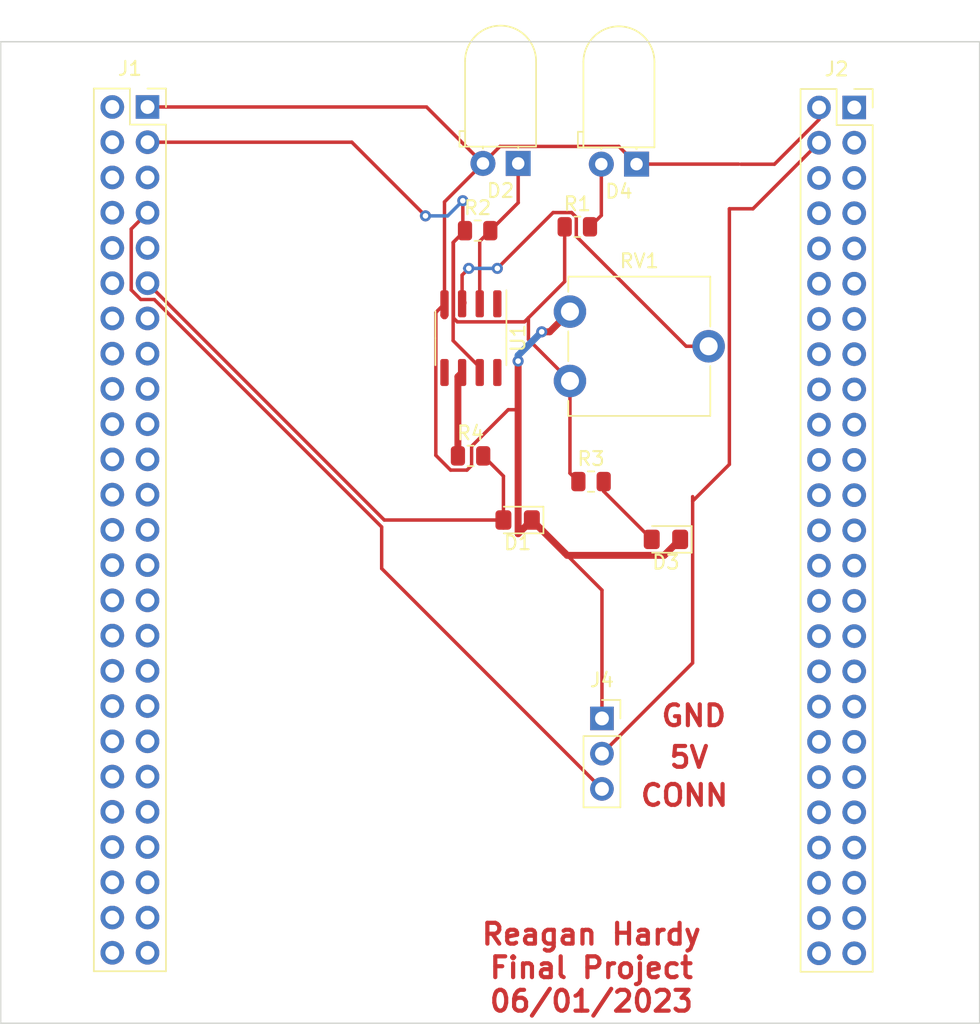
<source format=kicad_pcb>
(kicad_pcb (version 20221018) (generator pcbnew)
  (layers (0 "F.Cu" signal) (31 "B.Cu" signal) (34 "B.Paste" user) (35 "F.Paste" user) (36 "B.SilkS" user "B.Silkscreen") (37 "F.SilkS" user "F.Silkscreen") (38 "B.Mask" user) (39 "F.Mask" user) (44 "Edge.Cuts" user))
  (net 0 "")
  (net 1 "Net-(D2-K)")
  (net 2 "Net-(D3-A)")
  (net 3 "Net-(D4-A)")
  (net 4 "GND")
  (net 32 "+5V")
  (net 72 "Net-(R4-Pad1)")
  (net 73 "Net-(U1-+)")
  (net 77 "IR_Sensor")
  (net 96 "VDD")
  (net 107 "Servo_Motor")
  (footprint "Resistor_SMD:R_0805_2012Metric" (layer "F.Cu") (at 60.9835 37.8094)
    (fp_text reference "R2" (at 0 -1.65) (layer "F.SilkS"))
    (fp_text value "330")
    (fp_line (start -0.227064 -0.735) (end 0.227064 -0.735) (stroke (width 0.12)) (layer "F.SilkS"))
    (fp_line (start -0.227064 0.735) (end 0.227064 0.735) (stroke (width 0.12)) (layer "F.SilkS"))
    (pad "1" smd roundrect (at -0.9125 0) (size 1.025 1.4) (layers "F.Cu" "F.Paste" "F.Mask") (roundrect_rratio 0.243902439) (net 96 "VDD"))
    (pad "2" smd roundrect (at 0.9125 0) (size 1.025 1.4) (layers "F.Cu" "F.Paste" "F.Mask") (roundrect_rratio 0.243902439) (net 1 "Net-(D2-K)"))
  )
  (footprint "Connector_PinSocket_2.54mm:PinSocket_2x25_P2.54mm_Vertical" (layer "F.Cu") (at 88.138 28.9306)
    (fp_text reference "J2" (at -1.27 -2.77) (layer "F.SilkS"))
    (fp_text value "Discovery Board Conn 2")
    (fp_line (start -3.87 -1.33) (end -3.87 62.29) (stroke (width 0.12)) (layer "F.SilkS"))
    (fp_line (start -3.87 -1.33) (end -1.27 -1.33) (stroke (width 0.12)) (layer "F.SilkS"))
    (fp_line (start -3.87 62.29) (end 1.33 62.29) (stroke (width 0.12)) (layer "F.SilkS"))
    (fp_line (start -1.27 -1.33) (end -1.27 1.27) (stroke (width 0.12)) (layer "F.SilkS"))
    (fp_line (start -1.27 1.27) (end 1.33 1.27) (stroke (width 0.12)) (layer "F.SilkS"))
    (fp_line (start 0 -1.33) (end 1.33 -1.33) (stroke (width 0.12)) (layer "F.SilkS"))
    (fp_line (start 1.33 -1.33) (end 1.33 0) (stroke (width 0.12)) (layer "F.SilkS"))
    (fp_line (start 1.33 1.27) (end 1.33 62.29) (stroke (width 0.12)) (layer "F.SilkS"))
    (pad "1" thru_hole rect (at 0 0) (size 1.7 1.7) (drill 1) (layers "*.Cu" "*.Mask"))
    (pad "2" thru_hole oval (at -2.54 0) (size 1.7 1.7) (drill 1) (layers "*.Cu" "*.Mask") (net 4 "GND"))
    (pad "3" thru_hole oval (at 0 2.54) (size 1.7 1.7) (drill 1) (layers "*.Cu" "*.Mask"))
    (pad "4" thru_hole oval (at -2.54 2.54) (size 1.7 1.7) (drill 1) (layers "*.Cu" "*.Mask") (net 32 "+5V"))
    (pad "5" thru_hole oval (at 0 5.08) (size 1.7 1.7) (drill 1) (layers "*.Cu" "*.Mask"))
    (pad "6" thru_hole oval (at -2.54 5.08) (size 1.7 1.7) (drill 1) (layers "*.Cu" "*.Mask"))
    (pad "7" thru_hole oval (at 0 7.62) (size 1.7 1.7) (drill 1) (layers "*.Cu" "*.Mask"))
    (pad "8" thru_hole oval (at -2.54 7.62) (size 1.7 1.7) (drill 1) (layers "*.Cu" "*.Mask"))
    (pad "9" thru_hole oval (at 0 10.16) (size 1.7 1.7) (drill 1) (layers "*.Cu" "*.Mask"))
    (pad "10" thru_hole oval (at -2.54 10.16) (size 1.7 1.7) (drill 1) (layers "*.Cu" "*.Mask"))
    (pad "11" thru_hole oval (at 0 12.7) (size 1.7 1.7) (drill 1) (layers "*.Cu" "*.Mask"))
    (pad "12" thru_hole oval (at -2.54 12.7) (size 1.7 1.7) (drill 1) (layers "*.Cu" "*.Mask"))
    (pad "13" thru_hole oval (at 0 15.24) (size 1.7 1.7) (drill 1) (layers "*.Cu" "*.Mask"))
    (pad "14" thru_hole oval (at -2.54 15.24) (size 1.7 1.7) (drill 1) (layers "*.Cu" "*.Mask"))
    (pad "15" thru_hole oval (at 0 17.78) (size 1.7 1.7) (drill 1) (layers "*.Cu" "*.Mask"))
    (pad "16" thru_hole oval (at -2.54 17.78) (size 1.7 1.7) (drill 1) (layers "*.Cu" "*.Mask"))
    (pad "17" thru_hole oval (at 0 20.32) (size 1.7 1.7) (drill 1) (layers "*.Cu" "*.Mask"))
    (pad "18" thru_hole oval (at -2.54 20.32) (size 1.7 1.7) (drill 1) (layers "*.Cu" "*.Mask"))
    (pad "19" thru_hole oval (at 0 22.86) (size 1.7 1.7) (drill 1) (layers "*.Cu" "*.Mask"))
    (pad "20" thru_hole oval (at -2.54 22.86) (size 1.7 1.7) (drill 1) (layers "*.Cu" "*.Mask"))
    (pad "21" thru_hole oval (at 0 25.4) (size 1.7 1.7) (drill 1) (layers "*.Cu" "*.Mask"))
    (pad "22" thru_hole oval (at -2.54 25.4) (size 1.7 1.7) (drill 1) (layers "*.Cu" "*.Mask"))
    (pad "23" thru_hole oval (at 0 27.94) (size 1.7 1.7) (drill 1) (layers "*.Cu" "*.Mask"))
    (pad "24" thru_hole oval (at -2.54 27.94) (size 1.7 1.7) (drill 1) (layers "*.Cu" "*.Mask"))
    (pad "25" thru_hole oval (at 0 30.48) (size 1.7 1.7) (drill 1) (layers "*.Cu" "*.Mask"))
    (pad "26" thru_hole oval (at -2.54 30.48) (size 1.7 1.7) (drill 1) (layers "*.Cu" "*.Mask"))
    (pad "27" thru_hole oval (at 0 33.02) (size 1.7 1.7) (drill 1) (layers "*.Cu" "*.Mask"))
    (pad "28" thru_hole oval (at -2.54 33.02) (size 1.7 1.7) (drill 1) (layers "*.Cu" "*.Mask"))
    (pad "29" thru_hole oval (at 0 35.56) (size 1.7 1.7) (drill 1) (layers "*.Cu" "*.Mask"))
    (pad "30" thru_hole oval (at -2.54 35.56) (size 1.7 1.7) (drill 1) (layers "*.Cu" "*.Mask"))
    (pad "31" thru_hole oval (at 0 38.1) (size 1.7 1.7) (drill 1) (layers "*.Cu" "*.Mask"))
    (pad "32" thru_hole oval (at -2.54 38.1) (size 1.7 1.7) (drill 1) (layers "*.Cu" "*.Mask"))
    (pad "33" thru_hole oval (at 0 40.64) (size 1.7 1.7) (drill 1) (layers "*.Cu" "*.Mask"))
    (pad "34" thru_hole oval (at -2.54 40.64) (size 1.7 1.7) (drill 1) (layers "*.Cu" "*.Mask"))
    (pad "35" thru_hole oval (at 0 43.18) (size 1.7 1.7) (drill 1) (layers "*.Cu" "*.Mask"))
    (pad "36" thru_hole oval (at -2.54 43.18) (size 1.7 1.7) (drill 1) (layers "*.Cu" "*.Mask"))
    (pad "37" thru_hole oval (at 0 45.72) (size 1.7 1.7) (drill 1) (layers "*.Cu" "*.Mask"))
    (pad "38" thru_hole oval (at -2.54 45.72) (size 1.7 1.7) (drill 1) (layers "*.Cu" "*.Mask"))
    (pad "39" thru_hole oval (at 0 48.26) (size 1.7 1.7) (drill 1) (layers "*.Cu" "*.Mask"))
    (pad "40" thru_hole oval (at -2.54 48.26) (size 1.7 1.7) (drill 1) (layers "*.Cu" "*.Mask"))
    (pad "41" thru_hole oval (at 0 50.8) (size 1.7 1.7) (drill 1) (layers "*.Cu" "*.Mask"))
    (pad "42" thru_hole oval (at -2.54 50.8) (size 1.7 1.7) (drill 1) (layers "*.Cu" "*.Mask"))
    (pad "43" thru_hole oval (at 0 53.34) (size 1.7 1.7) (drill 1) (layers "*.Cu" "*.Mask"))
    (pad "44" thru_hole oval (at -2.54 53.34) (size 1.7 1.7) (drill 1) (layers "*.Cu" "*.Mask"))
    (pad "45" thru_hole oval (at 0 55.88) (size 1.7 1.7) (drill 1) (layers "*.Cu" "*.Mask"))
    (pad "46" thru_hole oval (at -2.54 55.88) (size 1.7 1.7) (drill 1) (layers "*.Cu" "*.Mask"))
    (pad "47" thru_hole oval (at 0 58.42) (size 1.7 1.7) (drill 1) (layers "*.Cu" "*.Mask"))
    (pad "48" thru_hole oval (at -2.54 58.42) (size 1.7 1.7) (drill 1) (layers "*.Cu" "*.Mask"))
    (pad "49" thru_hole oval (at 0 60.96) (size 1.7 1.7) (drill 1) (layers "*.Cu" "*.Mask"))
    (pad "50" thru_hole oval (at -2.54 60.96) (size 1.7 1.7) (drill 1) (layers "*.Cu" "*.Mask"))
  )
  (footprint "LED_THT:LED_D5.0mm_Horizontal_O1.27mm_Z3.0mm" (layer "F.Cu") (at 72.442 33.0134 180)
    (fp_text reference "D4" (at 1.27 -1.96) (layer "F.SilkS"))
    (fp_text value "IR_LED")
    (fp_line (start -1.29 1.21) (end -1.29 7.37) (stroke (width 0.12)) (layer "F.SilkS"))
    (fp_line (start -1.29 1.21) (end 3.83 1.21) (stroke (width 0.12)) (layer "F.SilkS"))
    (fp_line (start 0 1.08) (end 0 1.08) (stroke (width 0.12)) (layer "F.SilkS"))
    (fp_line (start 0 1.08) (end 0 1.21) (stroke (width 0.12)) (layer "F.SilkS"))
    (fp_line (start 0 1.21) (end 0 1.08) (stroke (width 0.12)) (layer "F.SilkS"))
    (fp_line (start 0 1.21) (end 0 1.21) (stroke (width 0.12)) (layer "F.SilkS"))
    (fp_line (start 2.54 1.08) (end 2.54 1.08) (stroke (width 0.12)) (layer "F.SilkS"))
    (fp_line (start 2.54 1.08) (end 2.54 1.21) (stroke (width 0.12)) (layer "F.SilkS"))
    (fp_line (start 2.54 1.21) (end 2.54 1.08) (stroke (width 0.12)) (layer "F.SilkS"))
    (fp_line (start 2.54 1.21) (end 2.54 1.21) (stroke (width 0.12)) (layer "F.SilkS"))
    (fp_line (start 3.83 1.21) (end 3.83 7.37) (stroke (width 0.12)) (layer "F.SilkS"))
    (fp_line (start 3.83 1.21) (end 4.23 1.21) (stroke (width 0.12)) (layer "F.SilkS"))
    (fp_line (start 3.83 2.33) (end 3.83 1.21) (stroke (width 0.12)) (layer "F.SilkS"))
    (fp_line (start 4.23 1.21) (end 4.23 2.33) (stroke (width 0.12)) (layer "F.SilkS"))
    (fp_line (start 4.23 2.33) (end 3.83 2.33) (stroke (width 0.12)) (layer "F.SilkS"))
    (fp_arc (start 3.83 7.37) (mid 1.27 9.93) (end -1.29 7.37) (stroke (width 0.12)) (layer "F.SilkS"))
    (pad "1" thru_hole rect (at 0 0 180) (size 1.8 1.8) (drill 0.9) (layers "*.Cu" "*.Mask") (net 4 "GND"))
    (pad "2" thru_hole circle (at 2.54 0 180) (size 1.8 1.8) (drill 0.9) (layers "*.Cu" "*.Mask") (net 3 "Net-(D4-A)"))
  )
  (footprint "Connector_PinSocket_2.54mm:PinSocket_1x03_P2.54mm_Vertical" (layer "F.Cu") (at 69.9478 72.9634)
    (fp_text reference "J4" (at 0 -2.77) (layer "F.SilkS"))
    (fp_text value "Conn_01x03_Socket")
    (fp_line (start -1.33 1.27) (end -1.33 6.41) (stroke (width 0.12)) (layer "F.SilkS"))
    (fp_line (start -1.33 1.27) (end 1.33 1.27) (stroke (width 0.12)) (layer "F.SilkS"))
    (fp_line (start -1.33 6.41) (end 1.33 6.41) (stroke (width 0.12)) (layer "F.SilkS"))
    (fp_line (start 0 -1.33) (end 1.33 -1.33) (stroke (width 0.12)) (layer "F.SilkS"))
    (fp_line (start 1.33 -1.33) (end 1.33 0) (stroke (width 0.12)) (layer "F.SilkS"))
    (fp_line (start 1.33 1.27) (end 1.33 6.41) (stroke (width 0.12)) (layer "F.SilkS"))
    (pad "1" thru_hole rect (at 0 0) (size 1.7 1.7) (drill 1) (layers "*.Cu" "*.Mask") (net 4 "GND"))
    (pad "2" thru_hole oval (at 0 2.54) (size 1.7 1.7) (drill 1) (layers "*.Cu" "*.Mask") (net 32 "+5V"))
    (pad "3" thru_hole oval (at 0 5.08) (size 1.7 1.7) (drill 1) (layers "*.Cu" "*.Mask") (net 107 "Servo_Motor"))
  )
  (footprint "Resistor_SMD:R_0805_2012Metric" (layer "F.Cu") (at 69.1604 55.8942)
    (fp_text reference "R3" (at 0 -1.65) (layer "F.SilkS"))
    (fp_text value "330")
    (fp_line (start -0.227064 -0.735) (end 0.227064 -0.735) (stroke (width 0.12)) (layer "F.SilkS"))
    (fp_line (start -0.227064 0.735) (end 0.227064 0.735) (stroke (width 0.12)) (layer "F.SilkS"))
    (pad "1" smd roundrect (at -0.9125 0) (size 1.025 1.4) (layers "F.Cu" "F.Paste" "F.Mask") (roundrect_rratio 0.243902439) (net 96 "VDD"))
    (pad "2" smd roundrect (at 0.9125 0) (size 1.025 1.4) (layers "F.Cu" "F.Paste" "F.Mask") (roundrect_rratio 0.243902439) (net 2 "Net-(D3-A)"))
  )
  (footprint "Resistor_SMD:R_0805_2012Metric" (layer "F.Cu") (at 60.4736 54.0419)
    (fp_text reference "R4" (at 0 -1.65) (layer "F.SilkS"))
    (fp_text value "100")
    (fp_line (start -0.227064 -0.735) (end 0.227064 -0.735) (stroke (width 0.12)) (layer "F.SilkS"))
    (fp_line (start -0.227064 0.735) (end 0.227064 0.735) (stroke (width 0.12)) (layer "F.SilkS"))
    (pad "1" smd roundrect (at -0.9125 0) (size 1.025 1.4) (layers "F.Cu" "F.Paste" "F.Mask") (roundrect_rratio 0.243902439) (net 72 "Net-(R4-Pad1)"))
    (pad "2" smd roundrect (at 0.9125 0) (size 1.025 1.4) (layers "F.Cu" "F.Paste" "F.Mask") (roundrect_rratio 0.243902439) (net 77 "IR_Sensor"))
  )
  (footprint "Potentiometer_THT:Potentiometer_ACP_CA9-V10_Vertical_Hole" (layer "F.Cu") (at 67.6402 48.641)
    (fp_text reference "RV1" (at 5 -8.65) (layer "F.SilkS"))
    (fp_text value "10k_Pot")
    (fp_line (start -0.12 -7.521) (end -0.12 -6.426) (stroke (width 0.12)) (layer "F.SilkS"))
    (fp_line (start -0.12 -7.521) (end 10.12 -7.521) (stroke (width 0.12)) (layer "F.SilkS"))
    (fp_line (start -0.12 -3.574) (end -0.12 -1.425) (stroke (width 0.12)) (layer "F.SilkS"))
    (fp_line (start -0.12 1.425) (end -0.12 2.52) (stroke (width 0.12)) (layer "F.SilkS"))
    (fp_line (start -0.12 2.52) (end 10.12 2.52) (stroke (width 0.12)) (layer "F.SilkS"))
    (fp_line (start 10.12 -7.521) (end 10.12 -3.925) (stroke (width 0.12)) (layer "F.SilkS"))
    (fp_line (start 10.12 -1.075) (end 10.12 2.52) (stroke (width 0.12)) (layer "F.SilkS"))
    (pad "" np_thru_hole circle (at 5 -2.5) (size 4 4) (drill 4) (layers "*.Cu" "*.Mask"))
    (pad "1" thru_hole circle (at 0 0) (size 2.34 2.34) (drill 1.3) (layers "*.Cu" "*.Mask") (net 96 "VDD"))
    (pad "2" thru_hole circle (at 10 -2.5) (size 2.34 2.34) (drill 1.3) (layers "*.Cu" "*.Mask") (net 73 "Net-(U1-+)"))
    (pad "3" thru_hole circle (at 0 -5) (size 2.34 2.34) (drill 1.3) (layers "*.Cu" "*.Mask") (net 4 "GND"))
  )
  (footprint "LED_SMD:LED_0805_2012Metric_Pad1.15x1.40mm_HandSolder" (layer "F.Cu") (at 74.5616 60.0598 180)
    (fp_text reference "D3" (at 0 -1.65) (layer "F.SilkS"))
    (fp_text value "PWR_LED")
    (fp_line (start -1.86 -0.96) (end -1.86 0.96) (stroke (width 0.12)) (layer "F.SilkS"))
    (fp_line (start -1.86 0.96) (end 1 0.96) (stroke (width 0.12)) (layer "F.SilkS"))
    (fp_line (start 1 -0.96) (end -1.86 -0.96) (stroke (width 0.12)) (layer "F.SilkS"))
    (pad "1" smd roundrect (at -1.025 0 180) (size 1.15 1.4) (layers "F.Cu" "F.Paste" "F.Mask") (roundrect_rratio 0.2173913043) (net 4 "GND"))
    (pad "2" smd roundrect (at 1.025 0 180) (size 1.15 1.4) (layers "F.Cu" "F.Paste" "F.Mask") (roundrect_rratio 0.2173913043) (net 2 "Net-(D3-A)"))
  )
  (footprint "LED_THT:LED_D5.0mm_Horizontal_O1.27mm_Z3.0mm" (layer "F.Cu") (at 63.9076 32.9626 180)
    (fp_text reference "D2" (at 1.27 -1.96) (layer "F.SilkS"))
    (fp_text value "D_Photo")
    (fp_line (start -1.29 1.21) (end -1.29 7.37) (stroke (width 0.12)) (layer "F.SilkS"))
    (fp_line (start -1.29 1.21) (end 3.83 1.21) (stroke (width 0.12)) (layer "F.SilkS"))
    (fp_line (start 0 1.08) (end 0 1.08) (stroke (width 0.12)) (layer "F.SilkS"))
    (fp_line (start 0 1.08) (end 0 1.21) (stroke (width 0.12)) (layer "F.SilkS"))
    (fp_line (start 0 1.21) (end 0 1.08) (stroke (width 0.12)) (layer "F.SilkS"))
    (fp_line (start 0 1.21) (end 0 1.21) (stroke (width 0.12)) (layer "F.SilkS"))
    (fp_line (start 2.54 1.08) (end 2.54 1.08) (stroke (width 0.12)) (layer "F.SilkS"))
    (fp_line (start 2.54 1.08) (end 2.54 1.21) (stroke (width 0.12)) (layer "F.SilkS"))
    (fp_line (start 2.54 1.21) (end 2.54 1.08) (stroke (width 0.12)) (layer "F.SilkS"))
    (fp_line (start 2.54 1.21) (end 2.54 1.21) (stroke (width 0.12)) (layer "F.SilkS"))
    (fp_line (start 3.83 1.21) (end 3.83 7.37) (stroke (width 0.12)) (layer "F.SilkS"))
    (fp_line (start 3.83 1.21) (end 4.23 1.21) (stroke (width 0.12)) (layer "F.SilkS"))
    (fp_line (start 3.83 2.33) (end 3.83 1.21) (stroke (width 0.12)) (layer "F.SilkS"))
    (fp_line (start 4.23 1.21) (end 4.23 2.33) (stroke (width 0.12)) (layer "F.SilkS"))
    (fp_line (start 4.23 2.33) (end 3.83 2.33) (stroke (width 0.12)) (layer "F.SilkS"))
    (fp_arc (start 3.83 7.37) (mid 1.27 9.93) (end -1.29 7.37) (stroke (width 0.12)) (layer "F.SilkS"))
    (pad "1" thru_hole rect (at 0 0 180) (size 1.8 1.8) (drill 0.9) (layers "*.Cu" "*.Mask") (net 1 "Net-(D2-K)"))
    (pad "2" thru_hole circle (at 2.54 0 180) (size 1.8 1.8) (drill 0.9) (layers "*.Cu" "*.Mask") (net 4 "GND"))
  )
  (footprint "LED_SMD:LED_0805_2012Metric_Pad1.15x1.40mm_HandSolder" (layer "F.Cu") (at 63.8682 58.6628 180)
    (fp_text reference "D1" (at 0 -1.65) (layer "F.SilkS"))
    (fp_text value "OUT_LED")
    (fp_line (start -1.86 -0.96) (end -1.86 0.96) (stroke (width 0.12)) (layer "F.SilkS"))
    (fp_line (start -1.86 0.96) (end 1 0.96) (stroke (width 0.12)) (layer "F.SilkS"))
    (fp_line (start 1 -0.96) (end -1.86 -0.96) (stroke (width 0.12)) (layer "F.SilkS"))
    (pad "1" smd roundrect (at -1.025 0 180) (size 1.15 1.4) (layers "F.Cu" "F.Paste" "F.Mask") (roundrect_rratio 0.2173913043) (net 4 "GND"))
    (pad "2" smd roundrect (at 1.025 0 180) (size 1.15 1.4) (layers "F.Cu" "F.Paste" "F.Mask") (roundrect_rratio 0.2173913043) (net 77 "IR_Sensor"))
  )
  (footprint "Resistor_SMD:R_0805_2012Metric" (layer "F.Cu") (at 68.1717 37.53)
    (fp_text reference "R1" (at 0 -1.65) (layer "F.SilkS"))
    (fp_text value "330")
    (fp_line (start -0.227064 -0.735) (end 0.227064 -0.735) (stroke (width 0.12)) (layer "F.SilkS"))
    (fp_line (start -0.227064 0.735) (end 0.227064 0.735) (stroke (width 0.12)) (layer "F.SilkS"))
    (pad "1" smd roundrect (at -0.9125 0) (size 1.025 1.4) (layers "F.Cu" "F.Paste" "F.Mask") (roundrect_rratio 0.243902439) (net 96 "VDD"))
    (pad "2" smd roundrect (at 0.9125 0) (size 1.025 1.4) (layers "F.Cu" "F.Paste" "F.Mask") (roundrect_rratio 0.243902439) (net 3 "Net-(D4-A)"))
  )
  (footprint "Package_SO:SOIC-8_3.9x4.9mm_P1.27mm" (layer "F.Cu") (at 60.499 45.5564 -90)
    (fp_text reference "U1" (at 0 -3.4 90) (layer "F.SilkS"))
    (fp_text value "LM741")
    (fp_line (start 0 -2.56) (end -3.45 -2.56) (stroke (width 0.12)) (layer "F.SilkS"))
    (fp_line (start 0 -2.56) (end 1.95 -2.56) (stroke (width 0.12)) (layer "F.SilkS"))
    (fp_line (start 0 2.56) (end -1.95 2.56) (stroke (width 0.12)) (layer "F.SilkS"))
    (fp_line (start 0 2.56) (end 1.95 2.56) (stroke (width 0.12)) (layer "F.SilkS"))
    (pad "1" smd roundrect (at -2.475 -1.905 270) (size 1.95 0.6) (layers "F.Cu" "F.Paste" "F.Mask"))
    (pad "2" smd roundrect (at -2.475 -0.635 270) (size 1.95 0.6) (layers "F.Cu" "F.Paste" "F.Mask") (net 1 "Net-(D2-K)"))
    (pad "3" smd roundrect (at -2.475 0.635 270) (size 1.95 0.6) (layers "F.Cu" "F.Paste" "F.Mask") (net 73 "Net-(U1-+)"))
    (pad "4" smd roundrect (at -2.475 1.905 270) (size 1.95 0.6) (layers "F.Cu" "F.Paste" "F.Mask") (net 4 "GND"))
    (pad "5" smd roundrect (at 2.475 1.905 270) (size 1.95 0.6) (layers "F.Cu" "F.Paste" "F.Mask"))
    (pad "6" smd roundrect (at 2.475 0.635 270) (size 1.95 0.6) (layers "F.Cu" "F.Paste" "F.Mask") (net 72 "Net-(R4-Pad1)"))
    (pad "7" smd roundrect (at 2.475 -0.635 270) (size 1.95 0.6) (layers "F.Cu" "F.Paste" "F.Mask") (net 96 "VDD"))
    (pad "8" smd roundrect (at 2.475 -1.905 270) (size 1.95 0.6) (layers "F.Cu" "F.Paste" "F.Mask"))
  )
  (footprint "Connector_PinSocket_2.54mm:PinSocket_2x25_P2.54mm_Vertical" (layer "F.Cu") (at 37.1818 28.8944)
    (fp_text reference "J1" (at -1.27 -2.77) (layer "F.SilkS"))
    (fp_text value "Discovery Board Conn 1")
    (fp_line (start -3.87 -1.33) (end -3.87 62.29) (stroke (width 0.12)) (layer "F.SilkS"))
    (fp_line (start -3.87 -1.33) (end -1.27 -1.33) (stroke (width 0.12)) (layer "F.SilkS"))
    (fp_line (start -3.87 62.29) (end 1.33 62.29) (stroke (width 0.12)) (layer "F.SilkS"))
    (fp_line (start -1.27 -1.33) (end -1.27 1.27) (stroke (width 0.12)) (layer "F.SilkS"))
    (fp_line (start -1.27 1.27) (end 1.33 1.27) (stroke (width 0.12)) (layer "F.SilkS"))
    (fp_line (start 0 -1.33) (end 1.33 -1.33) (stroke (width 0.12)) (layer "F.SilkS"))
    (fp_line (start 1.33 -1.33) (end 1.33 0) (stroke (width 0.12)) (layer "F.SilkS"))
    (fp_line (start 1.33 1.27) (end 1.33 62.29) (stroke (width 0.12)) (layer "F.SilkS"))
    (pad "1" thru_hole rect (at 0 0) (size 1.7 1.7) (drill 1) (layers "*.Cu" "*.Mask") (net 4 "GND"))
    (pad "2" thru_hole oval (at -2.54 0) (size 1.7 1.7) (drill 1) (layers "*.Cu" "*.Mask"))
    (pad "3" thru_hole oval (at 0 2.54) (size 1.7 1.7) (drill 1) (layers "*.Cu" "*.Mask") (net 96 "VDD"))
    (pad "4" thru_hole oval (at -2.54 2.54) (size 1.7 1.7) (drill 1) (layers "*.Cu" "*.Mask"))
    (pad "5" thru_hole oval (at 0 5.08) (size 1.7 1.7) (drill 1) (layers "*.Cu" "*.Mask"))
    (pad "6" thru_hole oval (at -2.54 5.08) (size 1.7 1.7) (drill 1) (layers "*.Cu" "*.Mask"))
    (pad "7" thru_hole oval (at 0 7.62) (size 1.7 1.7) (drill 1) (layers "*.Cu" "*.Mask") (net 107 "Servo_Motor"))
    (pad "8" thru_hole oval (at -2.54 7.62) (size 1.7 1.7) (drill 1) (layers "*.Cu" "*.Mask"))
    (pad "9" thru_hole oval (at 0 10.16) (size 1.7 1.7) (drill 1) (layers "*.Cu" "*.Mask"))
    (pad "10" thru_hole oval (at -2.54 10.16) (size 1.7 1.7) (drill 1) (layers "*.Cu" "*.Mask"))
    (pad "11" thru_hole oval (at 0 12.7) (size 1.7 1.7) (drill 1) (layers "*.Cu" "*.Mask") (net 77 "IR_Sensor"))
    (pad "12" thru_hole oval (at -2.54 12.7) (size 1.7 1.7) (drill 1) (layers "*.Cu" "*.Mask"))
    (pad "13" thru_hole oval (at 0 15.24) (size 1.7 1.7) (drill 1) (layers "*.Cu" "*.Mask"))
    (pad "14" thru_hole oval (at -2.54 15.24) (size 1.7 1.7) (drill 1) (layers "*.Cu" "*.Mask"))
    (pad "15" thru_hole oval (at 0 17.78) (size 1.7 1.7) (drill 1) (layers "*.Cu" "*.Mask"))
    (pad "16" thru_hole oval (at -2.54 17.78) (size 1.7 1.7) (drill 1) (layers "*.Cu" "*.Mask"))
    (pad "17" thru_hole oval (at 0 20.32) (size 1.7 1.7) (drill 1) (layers "*.Cu" "*.Mask"))
    (pad "18" thru_hole oval (at -2.54 20.32) (size 1.7 1.7) (drill 1) (layers "*.Cu" "*.Mask"))
    (pad "19" thru_hole oval (at 0 22.86) (size 1.7 1.7) (drill 1) (layers "*.Cu" "*.Mask"))
    (pad "20" thru_hole oval (at -2.54 22.86) (size 1.7 1.7) (drill 1) (layers "*.Cu" "*.Mask"))
    (pad "21" thru_hole oval (at 0 25.4) (size 1.7 1.7) (drill 1) (layers "*.Cu" "*.Mask"))
    (pad "22" thru_hole oval (at -2.54 25.4) (size 1.7 1.7) (drill 1) (layers "*.Cu" "*.Mask"))
    (pad "23" thru_hole oval (at 0 27.94) (size 1.7 1.7) (drill 1) (layers "*.Cu" "*.Mask"))
    (pad "24" thru_hole oval (at -2.54 27.94) (size 1.7 1.7) (drill 1) (layers "*.Cu" "*.Mask"))
    (pad "25" thru_hole oval (at 0 30.48) (size 1.7 1.7) (drill 1) (layers "*.Cu" "*.Mask"))
    (pad "26" thru_hole oval (at -2.54 30.48) (size 1.7 1.7) (drill 1) (layers "*.Cu" "*.Mask"))
    (pad "27" thru_hole oval (at 0 33.02) (size 1.7 1.7) (drill 1) (layers "*.Cu" "*.Mask"))
    (pad "28" thru_hole oval (at -2.54 33.02) (size 1.7 1.7) (drill 1) (layers "*.Cu" "*.Mask"))
    (pad "29" thru_hole oval (at 0 35.56) (size 1.7 1.7) (drill 1) (layers "*.Cu" "*.Mask"))
    (pad "30" thru_hole oval (at -2.54 35.56) (size 1.7 1.7) (drill 1) (layers "*.Cu" "*.Mask"))
    (pad "31" thru_hole oval (at 0 38.1) (size 1.7 1.7) (drill 1) (layers "*.Cu" "*.Mask"))
    (pad "32" thru_hole oval (at -2.54 38.1) (size 1.7 1.7) (drill 1) (layers "*.Cu" "*.Mask"))
    (pad "33" thru_hole oval (at 0 40.64) (size 1.7 1.7) (drill 1) (layers "*.Cu" "*.Mask"))
    (pad "34" thru_hole oval (at -2.54 40.64) (size 1.7 1.7) (drill 1) (layers "*.Cu" "*.Mask"))
    (pad "35" thru_hole oval (at 0 43.18) (size 1.7 1.7) (drill 1) (layers "*.Cu" "*.Mask"))
    (pad "36" thru_hole oval (at -2.54 43.18) (size 1.7 1.7) (drill 1) (layers "*.Cu" "*.Mask"))
    (pad "37" thru_hole oval (at 0 45.72) (size 1.7 1.7) (drill 1) (layers "*.Cu" "*.Mask"))
    (pad "38" thru_hole oval (at -2.54 45.72) (size 1.7 1.7) (drill 1) (layers "*.Cu" "*.Mask"))
    (pad "39" thru_hole oval (at 0 48.26) (size 1.7 1.7) (drill 1) (layers "*.Cu" "*.Mask"))
    (pad "40" thru_hole oval (at -2.54 48.26) (size 1.7 1.7) (drill 1) (layers "*.Cu" "*.Mask"))
    (pad "41" thru_hole oval (at 0 50.8) (size 1.7 1.7) (drill 1) (layers "*.Cu" "*.Mask"))
    (pad "42" thru_hole oval (at -2.54 50.8) (size 1.7 1.7) (drill 1) (layers "*.Cu" "*.Mask"))
    (pad "43" thru_hole oval (at 0 53.34) (size 1.7 1.7) (drill 1) (layers "*.Cu" "*.Mask"))
    (pad "44" thru_hole oval (at -2.54 53.34) (size 1.7 1.7) (drill 1) (layers "*.Cu" "*.Mask"))
    (pad "45" thru_hole oval (at 0 55.88) (size 1.7 1.7) (drill 1) (layers "*.Cu" "*.Mask"))
    (pad "46" thru_hole oval (at -2.54 55.88) (size 1.7 1.7) (drill 1) (layers "*.Cu" "*.Mask"))
    (pad "47" thru_hole oval (at 0 58.42) (size 1.7 1.7) (drill 1) (layers "*.Cu" "*.Mask"))
    (pad "48" thru_hole oval (at -2.54 58.42) (size 1.7 1.7) (drill 1) (layers "*.Cu" "*.Mask"))
    (pad "49" thru_hole oval (at 0 60.96) (size 1.7 1.7) (drill 1) (layers "*.Cu" "*.Mask"))
    (pad "50" thru_hole oval (at -2.54 60.96) (size 1.7 1.7) (drill 1) (layers "*.Cu" "*.Mask"))
  )
  (gr_rect (start 26.5938 24.1935) (end 97.1804 94.9325) (stroke (width 0.1)) (fill none) (layer "Edge.Cuts"))
  (gr_text "GND" (at 74.088 73.6492) (layer "F.Cu") (effects (font (size 1.5 1.5) (thickness 0.3) bold) (justify left bottom)))
  (gr_text "Reagan Hardy\nFinal Project\n06/01/2023" (at 69.1858 94.2232) (layer "F.Cu") (effects (font (size 1.5 1.5) (thickness 0.3) bold) (justify bottom)))
  (gr_text "CONN" (at 72.5894 79.3896) (layer "F.Cu") (effects (font (size 1.5 1.5) (thickness 0.3) bold) (justify left bottom)))
  (gr_text "5V" (at 74.6722 76.6464) (layer "F.Cu") (effects (font (size 1.5 1.5) (thickness 0.3) bold) (justify left bottom)))
  (segment (start 61.896 37.8094) (end 61.134 38.5714) (width 0.25) (layer "F.Cu") (net 1))
  (segment (start 63.9076 32.9626) (end 63.9076 35.7978) (width 0.25) (layer "F.Cu") (net 1))
  (segment (start 61.134 38.5714) (end 61.134 43.0814) (width 0.25) (layer "F.Cu") (net 1))
  (segment (start 63.9076 35.7978) (end 61.896 37.8094) (width 0.25) (layer "F.Cu") (net 1))
  (segment (start 70.0729 56.5961) (end 73.5366 60.0598) (width 0.25) (layer "F.Cu") (net 2))
  (segment (start 70.0729 55.8942) (end 70.0729 56.5961) (width 0.25) (layer "F.Cu") (net 2))
  (segment (start 69.902 36.7122) (end 69.0842 37.53) (width 0.25) (layer "F.Cu") (net 3))
  (segment (start 69.902 33.0134) (end 69.902 36.7122) (width 0.25) (layer "F.Cu") (net 3))
  (segment (start 75.301549 60.0598) (end 75.5866 60.0598) (width 0.5) (layer "F.Cu") (net 4))
  (segment (start 63.9026 59.6534) (end 63.9026 50.713) (width 0.5) (layer "F.Cu") (net 4))
  (segment (start 64.8932 58.6628) (end 63.9026 59.6534) (width 0.5) (layer "F.Cu") (net 4))
  (segment (start 69.9478 72.9634) (end 69.9478 63.7174) (width 0.25) (layer "F.Cu") (net 4))
  (segment (start 71.1662 31.7376) (end 62.5926 31.7376) (width 0.25) (layer "F.Cu") (net 4))
  (segment (start 67.4402 61.2098) (end 74.4366 61.2098) (width 0.5) (layer "F.Cu") (net 4))
  (segment (start 57.969 53.9996) (end 59.0363 55.0669) (width 0.25) (layer "F.Cu") (net 4))
  (segment (start 57.2994 28.8944) (end 61.3676 32.9626) (width 0.25) (layer "F.Cu") (net 4))
  (segment (start 62.5926 31.7376) (end 61.3676 32.9626) (width 0.25) (layer "F.Cu") (net 4))
  (segment (start 82.386899 33.02) (end 79.9592 33.02) (width 0.25) (layer "F.Cu") (net 4))
  (segment (start 66.1816 45.0996) (end 67.6402 43.641) (width 0.5) (layer "F.Cu") (net 4))
  (segment (start 57.969 43.7064) (end 57.969 53.9996) (width 0.25) (layer "F.Cu") (net 4))
  (segment (start 61.3676 32.9626) (end 58.594 35.7362) (width 0.25) (layer "F.Cu") (net 4))
  (segment (start 64.8932 58.6628) (end 64.9352 58.6628) (width 0.5) (layer "F.Cu") (net 4))
  (segment (start 64.8932 58.6628) (end 67.2683 61.0379) (width 0.5) (layer "F.Cu") (net 4))
  (segment (start 63.9026 50.713) (end 63.9026 47.2078) (width 0.5) (layer "F.Cu") (net 4))
  (segment (start 72.442 33.0134) (end 71.1662 31.7376) (width 0.25) (layer "F.Cu") (net 4))
  (segment (start 58.594 35.7362) (end 58.594 43.0814) (width 0.25) (layer "F.Cu") (net 4))
  (segment (start 74.4366 61.2098) (end 75.5866 60.0598) (width 0.5) (layer "F.Cu") (net 4))
  (segment (start 85.598 29.808899) (end 82.386899 33.02) (width 0.25) (layer "F.Cu") (net 4))
  (segment (start 58.594 43.947922) (end 58.544 43.897922) (width 0.5) (layer "F.Cu") (net 4))
  (segment (start 64.608149 58.6628) (end 64.8932 58.6628) (width 0.5) (layer "F.Cu") (net 4))
  (segment (start 37.1818 28.8944) (end 57.2994 28.8944) (width 0.25) (layer "F.Cu") (net 4))
  (segment (start 59.0363 55.0669) (end 60.211773 55.0669) (width 0.25) (layer "F.Cu") (net 4))
  (segment (start 67.2683 61.0379) (end 67.4402 61.2098) (width 0.5) (layer "F.Cu") (net 4))
  (segment (start 60.5486 53.353727) (end 63.189327 50.713) (width 0.25) (layer "F.Cu") (net 4))
  (segment (start 72.442 33.0134) (end 79.8134 33.0134) (width 0.25) (layer "F.Cu") (net 4))
  (segment (start 58.594 43.0814) (end 58.594 43.947922) (width 0.5) (layer "F.Cu") (net 4))
  (segment (start 60.211773 55.0669) (end 60.5486 54.730073) (width 0.25) (layer "F.Cu") (net 4))
  (segment (start 60.5486 54.730073) (end 60.5486 53.353727) (width 0.25) (layer "F.Cu") (net 4))
  (segment (start 65.6044 45.0996) (end 66.1816 45.0996) (width 0.5) (layer "F.Cu") (net 4))
  (segment (start 69.9478 63.7174) (end 67.2683 61.0379) (width 0.25) (layer "F.Cu") (net 4))
  (segment (start 85.598 28.9306) (end 85.598 29.808899) (width 0.25) (layer "F.Cu") (net 4))
  (segment (start 58.594 43.0814) (end 57.969 43.7064) (width 0.25) (layer "F.Cu") (net 4))
  (segment (start 63.189327 50.713) (end 63.9026 50.713) (width 0.25) (layer "F.Cu") (net 4))
  (via (at 63.9026 47.2078) (size 0.8) (drill 0.4) (layers "F.Cu" "B.Cu") (net 4))
  (via (at 65.6044 45.0996) (size 0.8) (drill 0.4) (layers "F.Cu" "B.Cu") (net 4))
  (segment (start 63.9026 46.8014) (end 65.6044 45.0996) (width 0.5) (layer "B.Cu") (net 4))
  (segment (start 63.9026 47.2078) (end 63.9026 46.8014) (width 0.5) (layer "B.Cu") (net 4))
  (segment (start 76.4866 57.3024) (end 79.1352 54.6538) (width 0.25) (layer "F.Cu") (net 32))
  (segment (start 76.4866 68.9646) (end 76.4866 57.3024) (width 0.25) (layer "F.Cu") (net 32))
  (segment (start 69.9478 75.5034) (end 76.4866 68.9646) (width 0.25) (layer "F.Cu") (net 32))
  (segment (start 79.1352 36.2316) (end 80.837 36.2316) (width 0.25) (layer "F.Cu") (net 32))
  (segment (start 76.4866 57.3024) (end 76.4866 56.9758) (width 0.25) (layer "F.Cu") (net 32))
  (segment (start 80.837 36.2316) (end 85.598 31.4706) (width 0.25) (layer "F.Cu") (net 32))
  (segment (start 79.1352 54.6538) (end 79.1352 36.2316) (width 0.25) (layer "F.Cu") (net 32))
  (segment (start 59.5611 54.0419) (end 59.5611 48.3343) (width 0.5) (layer "F.Cu") (net 72))
  (segment (start 59.5611 54.0419) (end 59.3052 53.786) (width 0.5) (layer "F.Cu") (net 72))
  (segment (start 59.5611 48.3343) (end 59.864 48.0314) (width 0.5) (layer "F.Cu") (net 72))
  (segment (start 59.9402 43.0052) (end 59.864 43.0814) (width 0.5) (layer "F.Cu") (net 73))
  (segment (start 76.019527 46.141) (end 68.0967 38.218173) (width 0.25) (layer "F.Cu") (net 73))
  (segment (start 60.3466 40.5276) (end 59.864 41.0102) (width 0.25) (layer "F.Cu") (net 73))
  (segment (start 68.0967 38.218173) (end 68.0967 36.841827) (width 0.25) (layer "F.Cu") (net 73))
  (segment (start 66.4266 36.505) (end 62.404 40.5276) (width 0.25) (layer "F.Cu") (net 73))
  (segment (start 59.864 41.0102) (end 59.864 43.0814) (width 0.25) (layer "F.Cu") (net 73))
  (segment (start 77.6402 46.141) (end 76.019527 46.141) (width 0.25) (layer "F.Cu") (net 73))
  (segment (start 68.0967 36.841827) (end 67.759873 36.505) (width 0.25) (layer "F.Cu") (net 73))
  (segment (start 67.759873 36.505) (end 66.4266 36.505) (width 0.25) (layer "F.Cu") (net 73))
  (via (at 62.404 40.5276) (size 0.8) (drill 0.4) (layers "F.Cu" "B.Cu") (net 73))
  (via (at 60.3466 40.5276) (size 0.8) (drill 0.4) (layers "F.Cu" "B.Cu") (net 73))
  (segment (start 60.0418 40.5276) (end 60.3466 40.5276) (width 0.25) (layer "B.Cu") (net 73))
  (segment (start 62.404 40.5276) (end 60.3466 40.5276) (width 0.25) (layer "B.Cu") (net 73))
  (segment (start 54.2502 58.6628) (end 62.8432 58.6628) (width 0.25) (layer "F.Cu") (net 77))
  (segment (start 37.1818 41.5944) (end 54.2502 58.6628) (width 0.25) (layer "F.Cu") (net 77))
  (segment (start 62.8432 59.1108) (end 62.8432 58.6628) (width 0.5) (layer "F.Cu") (net 77))
  (segment (start 61.3861 54.0419) (end 62.8432 55.499) (width 0.25) (layer "F.Cu") (net 77))
  (segment (start 62.8432 55.499) (end 62.8432 58.6628) (width 0.25) (layer "F.Cu") (net 77))
  (segment (start 64.3568 44.3814) (end 59.517249 44.3814) (width 0.25) (layer "F.Cu") (net 96))
  (segment (start 67.6402 48.641) (end 67.6402 55.2865) (width 0.25) (layer "F.Cu") (net 96))
  (segment (start 67.6402 48.641) (end 64.6469 45.6477) (width 0.25) (layer "F.Cu") (net 96))
  (segment (start 59.219 38.6614) (end 59.219 45.739649) (width 0.25) (layer "F.Cu") (net 96))
  (segment (start 67.6402 55.2865) (end 68.2479 55.8942) (width 0.25) (layer "F.Cu") (net 96))
  (segment (start 59.517249 44.3814) (end 59.239 44.103151) (width 0.25) (layer "F.Cu") (net 96))
  (segment (start 61.134 48.0314) (end 61.134 47.477872) (width 0.5) (layer "F.Cu") (net 96))
  (segment (start 51.9138 31.4344) (end 57.2224 36.743) (width 0.25) (layer "F.Cu") (net 96))
  (segment (start 59.239 44.103151) (end 59.239 38.6414) (width 0.25) (layer "F.Cu") (net 96))
  (segment (start 67.2592 41.479) (end 64.6469 44.0913) (width 0.25) (layer "F.Cu") (net 96))
  (segment (start 61.134 47.654649) (end 61.134 48.0314) (width 0.25) (layer "F.Cu") (net 96))
  (segment (start 59.9148 35.6508) (end 59.9148 37.6532) (width 0.25) (layer "F.Cu") (net 96))
  (segment (start 37.1818 31.4344) (end 51.9138 31.4344) (width 0.25) (layer "F.Cu") (net 96))
  (segment (start 60.071 37.8094) (end 59.219 38.6614) (width 0.25) (layer "F.Cu") (net 96))
  (segment (start 59.9148 37.6532) (end 60.071 37.8094) (width 0.25) (layer "F.Cu") (net 96))
  (segment (start 59.219 45.739649) (end 61.134 47.654649) (width 0.25) (layer "F.Cu") (net 96))
  (segment (start 67.2592 37.53) (end 67.2592 41.479) (width 0.25) (layer "F.Cu") (net 96))
  (segment (start 64.6469 44.0913) (end 64.3568 44.3814) (width 0.25) (layer "F.Cu") (net 96))
  (segment (start 64.6469 45.6477) (end 64.6469 44.0913) (width 0.25) (layer "F.Cu") (net 96))
  (segment (start 59.239 38.6414) (end 60.071 37.8094) (width 0.25) (layer "F.Cu") (net 96))
  (via (at 57.2224 36.743) (size 0.8) (drill 0.4) (layers "F.Cu" "B.Cu") (net 96))
  (via (at 59.9148 35.6508) (size 0.8) (drill 0.4) (layers "F.Cu" "B.Cu") (net 96))
  (segment (start 57.2224 36.743) (end 58.8226 36.743) (width 0.25) (layer "B.Cu") (net 96))
  (segment (start 58.8226 36.743) (end 59.9148 35.6508) (width 0.25) (layer "B.Cu") (net 96))
  (segment (start 69.9478 78.0434) (end 54.063804 62.159404) (width 0.25) (layer "F.Cu") (net 107))
  (segment (start 54.063804 59.164703) (end 37.668501 42.7694) (width 0.25) (layer "F.Cu") (net 107))
  (segment (start 36.0068 42.081101) (end 36.0068 37.6894) (width 0.25) (layer "F.Cu") (net 107))
  (segment (start 36.0068 37.6894) (end 37.1818 36.5144) (width 0.25) (layer "F.Cu") (net 107))
  (segment (start 54.063804 62.159404) (end 54.063804 59.164703) (width 0.25) (layer "F.Cu") (net 107))
  (segment (start 37.668501 42.7694) (end 36.695099 42.7694) (width 0.25) (layer "F.Cu") (net 107))
  (segment (start 36.695099 42.7694) (end 36.0068 42.081101) (width 0.25) (layer "F.Cu") (net 107))
)
</source>
